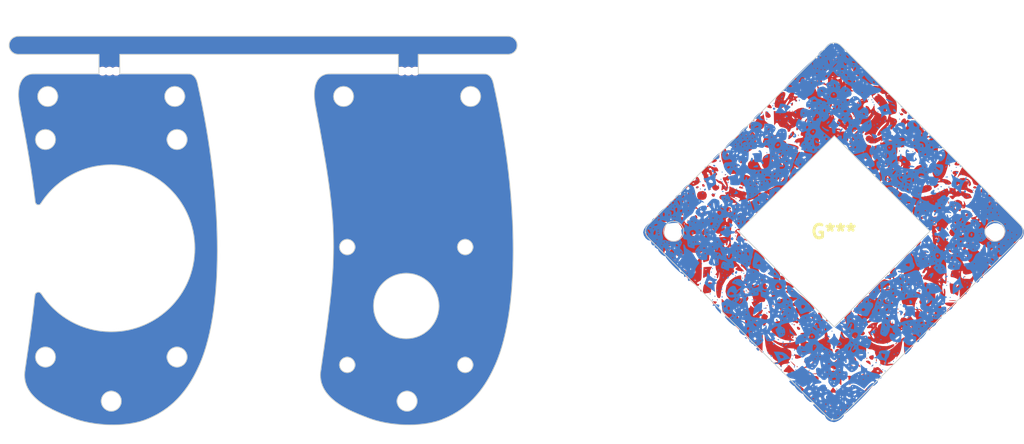
<source format=kicad_pcb>
(kicad_pcb (version 20240108) (generator "pcbnew") (generator_version "8.0")
  (title_block (title "ISW-OOZY") (rev "1.0"))
  (layers (0 "F.Cu" signal) (31 "B.Cu" signal) (34 "B.Paste" user) (35 "F.Paste" user) (36 "B.SilkS" user "B.Silkscreen") (37 "F.SilkS" user "F.Silkscreen") (38 "B.Mask" user) (39 "F.Mask" user) (44 "Edge.Cuts" user))
  (net 0 "")
  (footprint "isw-trishna:center-plate_bg02" (layer "F.Cu") (at 149.417004 75.642087)
    (property "Reference" "G***")
    (property "Value" "LOGO" (hide yes))
  )
  (footprint "isw-trishna:center-plate_bg01" (layer "F.Cu") (at 149.417004 75.642087)
    (property "Reference" "G***")
    (property "Value" "LOGO" (hide yes))
  )
  (footprint "kbd_Hole:Mouse_Bite_Hole" (layer "F.Cu") (at 69.927371 57.922911)
    (property "Reference" "Ref**")
    (property "Value" "Val**")
  )
  (footprint "isw-trishna:center-plate_bg01" (layer "F.Cu") (at 149.417004 75.642087)
    (property "Reference" "G***")
    (property "Value" "LOGO" (hide yes))
  )
  (footprint "kbd_Hole:Mouse_Bite_Hole" (layer "F.Cu") (at 102.877371 57.922911)
    (property "Reference" "Ref**")
    (property "Value" "Val**")
  )
  (footprint "isw-trishna:center-plate_bg02" (layer "F.Cu") (at 149.417004 75.642087)
    (property "Reference" "G***")
    (property "Value" "LOGO" (hide yes))
  )
  (gr_arc (start 114.527371 55.072911) (mid 114.234478 55.780018) (end 113.527371 56.072911) (stroke (width 0.1)) (layer "Edge.Cuts"))
  (gr_curve (pts (xy 102.39139 93.231661) (xy 101.784284 93.231661) (xy 101.29139 93.724555) (xy 101.29139 94.331661)) (stroke (width 0.09)) (layer "Edge.Cuts"))
  (gr_curve (pts (xy 131.772238 76.692518) (xy 131.165131 76.692518) (xy 130.672238 76.199625) (xy 130.672238 75.592518)) (stroke (width 0.09)) (layer "Edge.Cuts"))
  (gr_curve (pts (xy 94.94639 77.332017) (xy 94.94639 77.801145) (xy 95.327262 78.182017) (xy 95.79639 78.182017)) (stroke (width 0.09)) (layer "Edge.Cuts"))
  (gr_line (start 103.627371 58.216661) (end 110.89139 58.216661) (stroke (width 0.09)) (layer "Edge.Cuts"))
  (gr_curve (pts (xy 62.789871 59.616661) (xy 62.182764 59.616661) (xy 61.689871 60.109555) (xy 61.689871 60.716661)) (stroke (width 0.09)) (layer "Edge.Cuts"))
  (gr_line (start 150.178075 55.086422) (end 169.977065 74.885411) (stroke (width 0.09)) (layer "Edge.Cuts"))
  (gr_curve (pts (xy 167.170238 74.492518) (xy 167.777345 74.492518) (xy 168.270238 74.985412) (xy 168.270238 75.592518)) (stroke (width 0.09)) (layer "Edge.Cuts"))
  (gr_curve (pts (xy 128.964871 76.299625) (xy 128.574608 75.909362) (xy 128.574608 75.275674) (xy 128.964871 74.885411)) (stroke (width 0.09)) (layer "Edge.Cuts"))
  (gr_curve (pts (xy 78.139871 65.467017) (xy 78.139871 64.859911) (xy 77.646977 64.367017) (xy 77.039871 64.367017)) (stroke (width 0.09)) (layer "Edge.Cuts"))
  (gr_curve (pts (xy 59.69 61.7575) (xy 59.329433 59.84763) (xy 59.690183 58.216661) (xy 61.289871 58.216661)) (stroke (width 0.09)) (layer "Edge.Cuts"))
  (gr_curve (pts (xy 95.79639 91.182017) (xy 96.265518 91.182017) (xy 96.64639 90.801145) (xy 96.64639 90.332017)) (stroke (width 0.09)) (layer "Edge.Cuts"))
  (gr_curve (pts (xy 76.789871 61.816661) (xy 77.396977 61.816661) (xy 77.889871 61.323768) (xy 77.889871 60.716661)) (stroke (width 0.09)) (layer "Edge.Cuts"))
  (gr_curve (pts (xy 102.29639 87.432017) (xy 104.283284 87.432017) (xy 105.89639 85.818911) (xy 105.89639 83.832017)) (stroke (width 0.09)) (layer "Edge.Cuts"))
  (gr_curve (pts (xy 69.789871 95.431661) (xy 70.396977 95.431661) (xy 70.889871 94.938768) (xy 70.889871 94.331661)) (stroke (width 0.09)) (layer "Edge.Cuts"))
  (gr_line (start 149.470968 86.128409) (end 160.006859 75.592518) (stroke (width 0.09)) (layer "Edge.Cuts"))
  (gr_curve (pts (xy 96.64639 90.332017) (xy 96.64639 89.862889) (xy 96.265518 89.482017) (xy 95.79639 89.482017)) (stroke (width 0.09)) (layer "Edge.Cuts"))
  (gr_curve (pts (xy 73.791954 96.302494) (xy 71.882211 97.118105) (xy 68.55963 97.229674) (xy 65.787787 96.302494)) (stroke (width 0.09)) (layer "Edge.Cuts"))
  (gr_curve (pts (xy 168.270238 75.592518) (xy 168.270238 76.199625) (xy 167.777345 76.692518) (xy 167.170238 76.692518)) (stroke (width 0.09)) (layer "Edge.Cuts"))
  (gr_curve (pts (xy 148.763861 55.086422) (xy 149.154124 54.696159) (xy 149.787812 54.696159) (xy 150.178075 55.086422)) (stroke (width 0.09)) (layer "Edge.Cuts"))
  (gr_curve (pts (xy 78.289871 58.216661) (xy 78.816077 58.216661) (xy 79.132649 58.593634) (xy 79.29 59.216661)) (stroke (width 0.09)) (layer "Edge.Cuts"))
  (gr_curve (pts (xy 94.29139 60.716661) (xy 94.29139 61.323768) (xy 94.784284 61.816661) (xy 95.39139 61.816661)) (stroke (width 0.09)) (layer "Edge.Cuts"))
  (gr_curve (pts (xy 75.939871 89.467017) (xy 75.939871 90.074124) (xy 76.432764 90.567017) (xy 77.039871 90.567017)) (stroke (width 0.09)) (layer "Edge.Cuts"))
  (gr_curve (pts (xy 79.289871 90.804578) (xy 77.488439 94.656434) (xy 74.959906 95.803687) (xy 73.791954 96.302494)) (stroke (width 0.09)) (layer "Edge.Cuts"))
  (gr_curve (pts (xy 62.539871 66.567017) (xy 63.146977 66.567017) (xy 63.639871 66.074124) (xy 63.639871 65.467017)) (stroke (width 0.09)) (layer "Edge.Cuts"))
  (gr_curve (pts (xy 78.139871 89.467017) (xy 78.139871 88.859911) (xy 77.646977 88.367017) (xy 77.039871 88.367017)) (stroke (width 0.09)) (layer "Edge.Cuts"))
  (gr_curve (pts (xy 111.891519 59.216661) (xy 114.845261 72.306508) (xy 114.80922 84.909601) (xy 111.89139 90.804578)) (stroke (width 0.09)) (layer "Edge.Cuts"))
  (gr_curve (pts (xy 131.772238 74.492518) (xy 132.379345 74.492518) (xy 132.872238 74.985412) (xy 132.872238 75.592518)) (stroke (width 0.09)) (layer "Edge.Cuts"))
  (gr_curve (pts (xy 62.789871 61.816661) (xy 63.396977 61.816661) (xy 63.889871 61.323768) (xy 63.889871 60.716661)) (stroke (width 0.09)) (layer "Edge.Cuts"))
  (gr_curve (pts (xy 62.07868 82.481772) (xy 63.719827 85.000878) (xy 66.56181 86.667017) (xy 69.789871 86.667017)) (stroke (width 0.09)) (layer "Edge.Cuts"))
  (gr_curve (pts (xy 63.639871 89.467017) (xy 63.639871 88.859911) (xy 63.146977 88.367017) (xy 62.539871 88.367017)) (stroke (width 0.09)) (layer "Edge.Cuts"))
  (gr_curve (pts (xy 65.787787 96.302494) (xy 64.483747 95.76226) (xy 59.62292 94.349929) (xy 60.289871 90.804578)) (stroke (width 0.09)) (layer "Edge.Cuts"))
  (gr_curve (pts (xy 132.872238 75.592518) (xy 132.872238 76.199625) (xy 132.379345 76.692518) (xy 131.772238 76.692518)) (stroke (width 0.09)) (layer "Edge.Cuts"))
  (gr_arc (start 58.527371 55.072911) (mid 58.820264 54.365804) (end 59.527371 54.072911) (stroke (width 0.1)) (layer "Edge.Cuts"))
  (gr_curve (pts (xy 106.393474 96.302494) (xy 104.483731 97.118105) (xy 101.16115 97.229674) (xy 98.389307 96.302494)) (stroke (width 0.09)) (layer "Edge.Cuts"))
  (gr_line (start 68.427371 56.072911) (end 68.427371 58.216661) (stroke (width 0.1)) (layer "Edge.Cuts"))
  (gr_curve (pts (xy 109.64639 77.332017) (xy 109.64639 76.862889) (xy 109.265518 76.482017) (xy 108.79639 76.482017)) (stroke (width 0.09)) (layer "Edge.Cuts"))
  (gr_curve (pts (xy 108.79639 76.482017) (xy 108.327262 76.482017) (xy 107.94639 76.862889) (xy 107.94639 77.332017)) (stroke (width 0.09)) (layer "Edge.Cuts"))
  (gr_arc (start 59.527371 56.072911) (mid 58.820264 55.780018) (end 58.527371 55.072911) (stroke (width 0.1)) (layer "Edge.Cuts"))
  (gr_line (start 68.427371 56.072911) (end 59.527371 56.072911) (stroke (width 0.1)) (layer "Edge.Cuts"))
  (gr_curve (pts (xy 75.939871 65.467017) (xy 75.939871 66.074124) (xy 76.432764 66.567017) (xy 77.039871 66.567017)) (stroke (width 0.09)) (layer "Edge.Cuts"))
  (gr_curve (pts (xy 60.289871 90.804578) (xy 60.769629 87.52594) (xy 61.147357 84.928457) (xy 61.369551 82.652534)) (stroke (width 0.09)) (layer "Edge.Cuts"))
  (gr_line (start 149.470968 86.128409) (end 138.935077 75.592518) (stroke (width 0.09)) (layer "Edge.Cuts"))
  (gr_curve (pts (xy 95.79639 78.182017) (xy 96.265518 78.182017) (xy 96.64639 77.801145) (xy 96.64639 77.332017)) (stroke (width 0.09)) (layer "Edge.Cuts"))
  (gr_line (start 101.427371 56.072911) (end 70.727371 56.072911) (stroke (width 0.1)) (layer "Edge.Cuts"))
  (gr_curve (pts (xy 111.89139 90.804578) (xy 110.089959 94.656434) (xy 107.561425 95.803687) (xy 106.393474 96.302494)) (stroke (width 0.09)) (layer "Edge.Cuts"))
  (gr_curve (pts (xy 61.439871 65.467017) (xy 61.439871 66.074124) (xy 61.932764 66.567017) (xy 62.539871 66.567017)) (stroke (width 0.09)) (layer "Edge.Cuts"))
  (gr_curve (pts (xy 69.789871 86.667017) (xy 74.867489 86.667017) (xy 78.989871 82.544635) (xy 78.989871 77.467017)) (stroke (width 0.09)) (layer "Edge.Cuts"))
  (gr_curve (pts (xy 101.29139 94.331661) (xy 101.29139 94.938768) (xy 101.784284 95.431661) (xy 102.39139 95.431661)) (stroke (width 0.09)) (layer "Edge.Cuts"))
  (gr_curve (pts (xy 76.789871 59.616661) (xy 76.182764 59.616661) (xy 75.689871 60.109555) (xy 75.689871 60.716661)) (stroke (width 0.09)) (layer "Edge.Cuts"))
  (gr_curve (pts (xy 169.977065 74.885411) (xy 170.367327 75.275674) (xy 170.367327 75.909362) (xy 169.977065 76.299625)) (stroke (width 0.09)) (layer "Edge.Cuts"))
  (gr_line (start 149.470968 65.056627) (end 138.935077 75.592518) (stroke (width 0.09)) (layer "Edge.Cuts"))
  (gr_line (start 169.977065 76.299625) (end 150.178075 96.098615) (stroke (width 0.09)) (layer "Edge.Cuts"))
  (gr_curve (pts (xy 98.69639 83.832017) (xy 98.69639 85.818911) (xy 100.309496 87.432017) (xy 102.29639 87.432017)) (stroke (width 0.09)) (layer "Edge.Cuts"))
  (gr_curve (pts (xy 108.79639 91.182017) (xy 109.265518 91.182017) (xy 109.64639 90.801145) (xy 109.64639 90.332017)) (stroke (width 0.09)) (layer "Edge.Cuts"))
  (gr_curve (pts (xy 95.79639 89.482017) (xy 95.327262 89.482017) (xy 94.94639 89.862889) (xy 94.94639 90.332017)) (stroke (width 0.09)) (layer "Edge.Cuts"))
  (gr_line (start 70.727371 56.072911) (end 70.727371 58.216661) (stroke (width 0.1)) (layer "Edge.Cuts"))
  (gr_curve (pts (xy 95.79639 76.482017) (xy 95.327262 76.482017) (xy 94.94639 76.862889) (xy 94.94639 77.332017)) (stroke (width 0.09)) (layer "Edge.Cuts"))
  (gr_curve (pts (xy 108.29139 60.716661) (xy 108.29139 61.323768) (xy 108.784284 61.816661) (xy 109.39139 61.816661)) (stroke (width 0.09)) (layer "Edge.Cuts"))
  (gr_curve (pts (xy 96.64639 77.332017) (xy 96.64639 76.862889) (xy 96.265518 76.482017) (xy 95.79639 76.482017)) (stroke (width 0.09)) (layer "Edge.Cuts"))
  (gr_curve (pts (xy 107.94639 90.332017) (xy 107.94639 90.801145) (xy 108.327262 91.182017) (xy 108.79639 91.182017)) (stroke (width 0.09)) (layer "Edge.Cuts"))
  (gr_curve (pts (xy 61.439871 89.467017) (xy 61.439871 90.074124) (xy 61.932764 90.567017) (xy 62.539871 90.567017)) (stroke (width 0.09)) (layer "Edge.Cuts"))
  (gr_line (start 70.727371 58.216661) (end 78.289871 58.216661) (stroke (width 0.09)) (layer "Edge.Cuts"))
  (gr_line (start 59.527371 54.072911) (end 113.527371 54.072911) (stroke (width 0.1)) (layer "Edge.Cuts"))
  (gr_curve (pts (xy 95.39139 59.616661) (xy 94.784284 59.616661) (xy 94.29139 60.109555) (xy 94.29139 60.716661)) (stroke (width 0.09)) (layer "Edge.Cuts"))
  (gr_curve (pts (xy 77.039871 90.567017) (xy 77.646977 90.567017) (xy 78.139871 90.074124) (xy 78.139871 89.467017)) (stroke (width 0.09)) (layer "Edge.Cuts"))
  (gr_curve (pts (xy 69.789871 93.231661) (xy 69.182764 93.231661) (xy 68.689871 93.724555) (xy 68.689871 94.331661)) (stroke (width 0.09)) (layer "Edge.Cuts"))
  (gr_curve (pts (xy 77.039871 64.367017) (xy 76.432764 64.367017) (xy 75.939871 64.859911) (xy 75.939871 65.467017)) (stroke (width 0.09)) (layer "Edge.Cuts"))
  (gr_curve (pts (xy 61.369737 82.650653) (xy 61.386183 82.487209) (xy 61.50434 82.352112) (xy 61.664138 82.314045)) (stroke (width 0.09)) (layer "Edge.Cuts"))
  (gr_line (start 61.289871 58.216661) (end 68.427371 58.216661) (stroke (width 0.09)) (layer "Edge.Cuts"))
  (gr_curve (pts (xy 98.389307 96.302494) (xy 97.085267 95.76226) (xy 92.22444 94.349929) (xy 92.89139 90.804578)) (stroke (width 0.09)) (layer "Edge.Cuts"))
  (gr_curve (pts (xy 79.29 59.216661) (xy 82.243741 72.306508) (xy 82.2077 84.909601) (xy 79.289871 90.804578)) (stroke (width 0.09)) (layer "Edge.Cuts"))
  (gr_curve (pts (xy 105.89639 83.832017) (xy 105.89639 81.845123) (xy 104.283284 80.232017) (xy 102.29639 80.232017)) (stroke (width 0.09)) (layer "Edge.Cuts"))
  (gr_line (start 103.627371 56.072911) (end 103.627371 58.216661) (stroke (width 0.1)) (layer "Edge.Cuts"))
  (gr_curve (pts (xy 78.989871 77.467017) (xy 78.989871 72.389399) (xy 74.867489 68.267017) (xy 69.789871 68.267017)) (stroke (width 0.09)) (layer "Edge.Cuts"))
  (gr_curve (pts (xy 62.539871 64.367017) (xy 61.932764 64.367017) (xy 61.439871 64.859911) (xy 61.439871 65.467017)) (stroke (width 0.09)) (layer "Edge.Cuts"))
  (gr_curve (pts (xy 61.689871 60.716661) (xy 61.689871 61.323768) (xy 62.182764 61.816661) (xy 62.789871 61.816661)) (stroke (width 0.09)) (layer "Edge.Cuts"))
  (gr_curve (pts (xy 110.49139 60.716661) (xy 110.49139 60.109555) (xy 109.998497 59.616661) (xy 109.39139 59.616661)) (stroke (width 0.09)) (layer "Edge.Cuts"))
  (gr_curve (pts (xy 77.039871 88.367017) (xy 76.432764 88.367017) (xy 75.939871 88.859911) (xy 75.939871 89.467017)) (stroke (width 0.09)) (layer "Edge.Cuts"))
  (gr_curve (pts (xy 77.889871 60.716661) (xy 77.889871 60.109555) (xy 77.396977 59.616661) (xy 76.789871 59.616661)) (stroke (width 0.09)) (layer "Edge.Cuts"))
  (gr_curve (pts (xy 61.396309 72.248527) (xy 61.086094 69.44764) (xy 60.528509 66.198961) (xy 59.69 61.7575)) (stroke (width 0.09)) (layer "Edge.Cuts"))
  (gr_curve (pts (xy 92.89139 90.804578) (xy 94.790977 77.822941) (xy 94.885861 75.499357) (xy 92.291519 61.7575)) (stroke (width 0.09)) (layer "Edge.Cuts"))
  (gr_curve (pts (xy 68.689871 94.331661) (xy 68.689871 94.938768) (xy 69.182764 95.431661) (xy 69.789871 95.431661)) (stroke (width 0.09)) (layer "Edge.Cuts"))
  (gr_curve (pts (xy 109.39139 61.816661) (xy 109.998497 61.816661) (xy 110.49139 61.323768) (xy 110.49139 60.716661)) (stroke (width 0.09)) (layer "Edge.Cuts"))
  (gr_line (start 93.89139 58.216661) (end 101.427371 58.216661) (stroke (width 0.09)) (layer "Edge.Cuts"))
  (gr_line (start 113.527371 56.072911) (end 103.627371 56.072911) (stroke (width 0.1)) (layer "Edge.Cuts"))
  (gr_curve (pts (xy 102.39139 95.431661) (xy 102.998497 95.431661) (xy 103.49139 94.938768) (xy 103.49139 94.331661)) (stroke (width 0.09)) (layer "Edge.Cuts"))
  (gr_curve (pts (xy 108.79639 89.482017) (xy 108.327262 89.482017) (xy 107.94639 89.862889) (xy 107.94639 90.332017)) (stroke (width 0.09)) (layer "Edge.Cuts"))
  (gr_line (start 149.470968 65.056627) (end 160.006859 75.592518) (stroke (width 0.09)) (layer "Edge.Cuts"))
  (gr_curve (pts (xy 61.694243 72.678712) (xy 61.547377 72.647983) (xy 61.426818 72.551015) (xy 61.396309 72.248527)) (stroke (width 0.09)) (layer "Edge.Cuts"))
  (gr_curve (pts (xy 62.02059 72.540358) (xy 61.951596 72.650363) (xy 61.821277 72.705611) (xy 61.694243 72.678712)) (stroke (width 0.09)) (layer "Edge.Cuts"))
  (gr_curve (pts (xy 167.170238 76.692518) (xy 166.563131 76.692518) (xy 166.070238 76.199625) (xy 166.070238 75.592518)) (stroke (width 0.09)) (layer "Edge.Cuts"))
  (gr_curve (pts (xy 92.291519 61.7575) (xy 91.930953 59.84763) (xy 92.291703 58.216661) (xy 93.89139 58.216661)) (stroke (width 0.09)) (layer "Edge.Cuts"))
  (gr_curve (pts (xy 94.94639 90.332017) (xy 94.94639 90.801145) (xy 95.327262 91.182017) (xy 95.79639 91.182017)) (stroke (width 0.09)) (layer "Edge.Cuts"))
  (gr_curve (pts (xy 63.889871 60.716661) (xy 63.889871 60.109555) (xy 63.396977 59.616661) (xy 62.789871 59.616661)) (stroke (width 0.09)) (layer "Edge.Cuts"))
  (gr_line (start 61.369551 82.652534) (end 61.369737 82.650653) (stroke (width 0.09)) (layer "Edge.Cuts"))
  (gr_curve (pts (xy 95.39139 61.816661) (xy 95.998497 61.816661) (xy 96.49139 61.323768) (xy 96.49139 60.716661)) (stroke (width 0.09)) (layer "Edge.Cuts"))
  (gr_curve (pts (xy 75.689871 60.716661) (xy 75.689871 61.323768) (xy 76.182764 61.816661) (xy 76.789871 61.816661)) (stroke (width 0.09)) (layer "Edge.Cuts"))
  (gr_curve (pts (xy 62.539871 90.567017) (xy 63.146977 90.567017) (xy 63.639871 90.074124) (xy 63.639871 89.467017)) (stroke (width 0.09)) (layer "Edge.Cuts"))
  (gr_curve (pts (xy 103.49139 94.331661) (xy 103.49139 93.724555) (xy 102.998497 93.231661) (xy 102.39139 93.231661)) (stroke (width 0.09)) (layer "Edge.Cuts"))
  (gr_curve (pts (xy 69.789871 68.267017) (xy 66.524057 68.267017) (xy 63.653404 69.972357) (xy 62.02059 72.540358)) (stroke (width 0.09)) (layer "Edge.Cuts"))
  (gr_curve (pts (xy 61.664138 82.314045) (xy 61.823937 82.275979) (xy 61.990312 82.343295) (xy 62.07868 82.481772)) (stroke (width 0.09)) (layer "Edge.Cuts"))
  (gr_line (start 101.427371 56.072911) (end 101.427371 58.216661) (stroke (width 0.1)) (layer "Edge.Cuts"))
  (gr_curve (pts (xy 62.539871 88.367017) (xy 61.932764 88.367017) (xy 61.439871 88.859911) (xy 61.439871 89.467017)) (stroke (width 0.09)) (layer "Edge.Cuts"))
  (gr_curve (pts (xy 108.79639 78.182017) (xy 109.265518 78.182017) (xy 109.64639 77.801145) (xy 109.64639 77.332017)) (stroke (width 0.09)) (layer "Edge.Cuts"))
  (gr_curve (pts (xy 107.94639 77.332017) (xy 107.94639 77.801145) (xy 108.327262 78.182017) (xy 108.79639 78.182017)) (stroke (width 0.09)) (layer "Edge.Cuts"))
  (gr_curve (pts (xy 109.39139 59.616661) (xy 108.784284 59.616661) (xy 108.29139 60.109555) (xy 108.29139 60.716661)) (stroke (width 0.09)) (layer "Edge.Cuts"))
  (gr_line (start 128.964871 74.885411) (end 148.763861 55.086422) (stroke (width 0.09)) (layer "Edge.Cuts"))
  (gr_curve (pts (xy 166.070238 75.592518) (xy 166.070238 74.985412) (xy 166.563131 74.492518) (xy 167.170238 74.492518)) (stroke (width 0.09)) (layer "Edge.Cuts"))
  (gr_curve (pts (xy 63.639871 65.467017) (xy 63.639871 64.859911) (xy 63.146977 64.367017) (xy 62.539871 64.367017)) (stroke (width 0.09)) (layer "Edge.Cuts"))
  (gr_curve (pts (xy 102.29639 80.232017) (xy 100.309496 80.232017) (xy 98.69639 81.845123) (xy 98.69639 83.832017)) (stroke (width 0.09)) (layer "Edge.Cuts"))
  (gr_curve (pts (xy 150.178075 96.098615) (xy 149.787812 96.488878) (xy 149.154124 96.488878) (xy 148.763861 96.098615)) (stroke (width 0.09)) (layer "Edge.Cuts"))
  (gr_arc (start 113.527371 54.072911) (mid 114.234493 54.365795) (end 114.527371 55.072911) (stroke (width 0.1)) (layer "Edge.Cuts"))
  (gr_line (start 148.763861 96.098615) (end 128.964871 76.299625) (stroke (width 0.09)) (layer "Edge.Cuts"))
  (gr_curve (pts (xy 109.64639 90.332017) (xy 109.64639 89.862889) (xy 109.265518 89.482017) (xy 108.79639 89.482017)) (stroke (width 0.09)) (layer "Edge.Cuts"))
  (gr_curve (pts (xy 96.49139 60.716661) (xy 96.49139 60.109555) (xy 95.998497 59.616661) (xy 95.39139 59.616661)) (stroke (width 0.09)) (layer "Edge.Cuts"))
  (gr_curve (pts (xy 70.889871 94.331661) (xy 70.889871 93.724555) (xy 70.396977 93.231661) (xy 69.789871 93.231661)) (stroke (width 0.09)) (layer "Edge.Cuts"))
  (gr_curve (pts (xy 130.672238 75.592518) (xy 130.672238 74.985412) (xy 131.165131 74.492518) (xy 131.772238 74.492518)) (stroke (width 0.09)) (layer "Edge.Cuts"))
  (gr_curve (pts (xy 77.039871 66.567017) (xy 77.646977 66.567017) (xy 78.139871 66.074124) (xy 78.139871 65.467017)) (stroke (width 0.09)) (layer "Edge.Cuts"))
  (gr_curve (pts (xy 110.89139 58.216661) (xy 111.417596 58.216661) (xy 111.734169 58.593634) (xy 111.891519 59.216661)) (stroke (width 0.09)) (layer "Edge.Cuts"))
  (zone (net 0) (net_name "") (layers "F&B.Cu") (connect_pads (clearance 0.5)) (min_thickness 0.25) (fill yes (thermal_gap 0.5) (thermal_bridge_width 0.5) (island_removal_mode 1) (island_area_min 10))
    (polygon (pts (xy 57.527371 50.072911) (xy 116.527371 50.072911) (xy 116.527371 99.072911) (xy 57.527371 99.072911)))
  )
)
</source>
